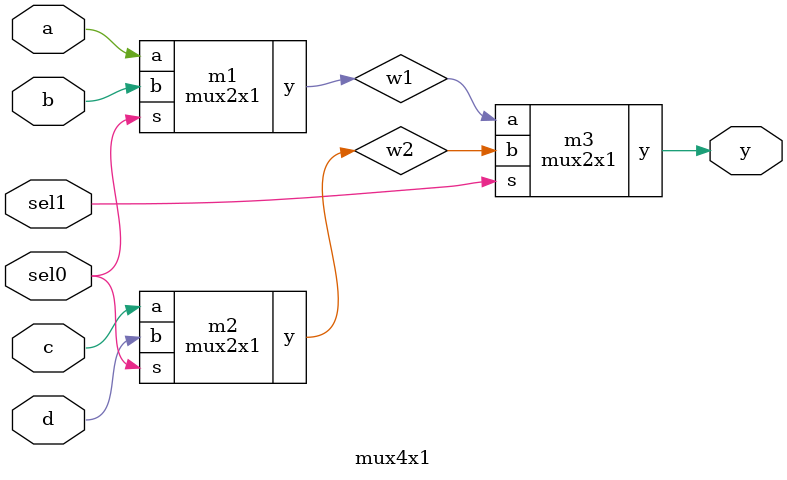
<source format=v>
module mux2x1 (a, b, s, y);
  input a, b, s;
  output y;

  assign y = (!s & a) | (s & b);
endmodule

module mux4x1 (a, b, c, d, sel0, sel1, y);
  input a, b, c, d, sel0, sel1;
  output y;

  wire w1, w2;

  mux2x1 m1(a, b, sel0, w1);
  mux2x1 m2(c, d, sel0, w2);
  mux2x1 m3(w1, w2, sel1, y);
endmodule
</source>
